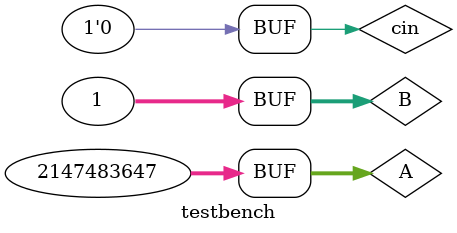
<source format=v>
module testbench;
    reg [0:31] A;
    reg [0:31] B;
    reg cin;
    wire [0:31] Sum;
    wire cout;
    wire of;

    fa_nbit #(.WIDTH(32)) FA32 (
        .A(A),
        .B(B),
        .cin(cin),
        .Sum(Sum),
        .cout(cout),
        .of(of)
    );

    initial begin
        $monitor("A=%x B=%x cin=%b Sum=%x cout=%x of=%x", A, B, cin, Sum, cout,of);
        #0 A=32'h00000000; B=32'h00000000; cin=1'b0;
        #1 A=32'h00000000; B=32'h0000F000; cin=1'b0;
        #1 A=32'h0000F000; B=32'h00000000; cin=1'b0;
        #1 A=32'h0000F000; B=32'h0000F000; cin=1'b0;
        #1 A=32'hFFFFFFFE; B=32'h00000001; cin=1'b0;
        #1 A=32'hFFFFFFFD; B=32'h00000001; cin=1'b1;
        #1 A=32'hFFFFFFFF; B=32'h00000001; cin=1'b0;
        #1 A=32'hFFFFFFFF; B=32'h00000000; cin=1'b1;
        #1 A=32'hFFFFFFFE; B=32'h00000001; cin=1'b1;
        #1 A=32'h7fffffff; B=32'h00000001; cin=1'b0;
    end
endmodule

</source>
